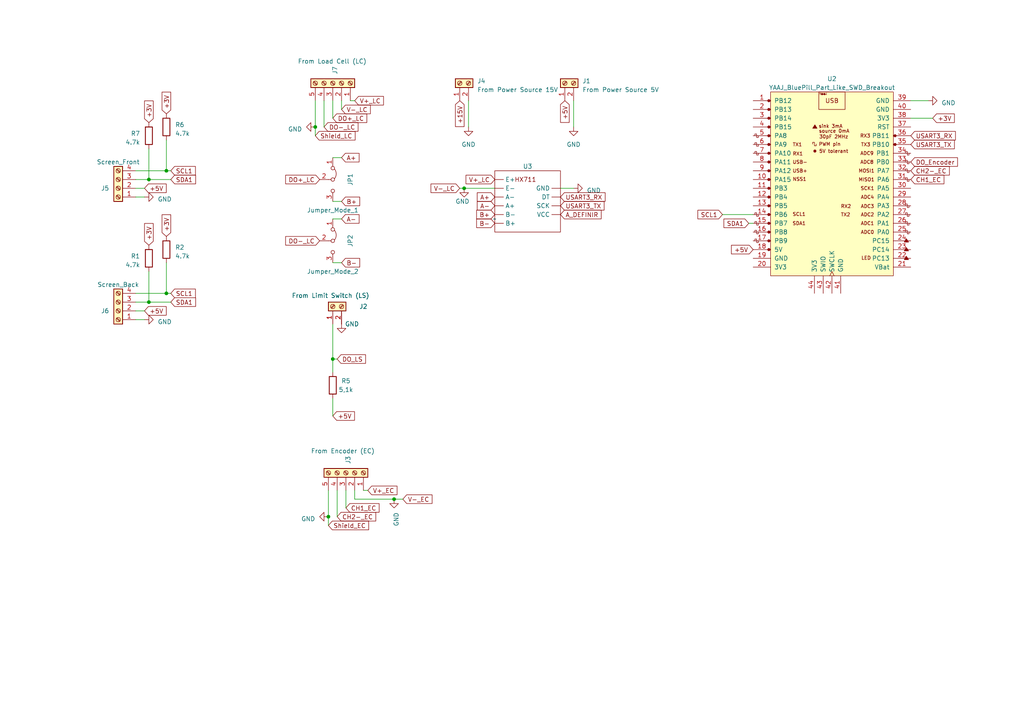
<source format=kicad_sch>
(kicad_sch (version 20230121) (generator eeschema)
  (paper "A4")
  (lib_symbols
    (symbol "Connector:Screw_Terminal_01x02" (pin_names (offset 1.016) hide)
      (property "Reference" "J" (at 0 2.54 0))
      (property "Value" "Screw_Terminal_01x02" (at 0 -5.08 0))
      (symbol "Screw_Terminal_01x02_1_1"
        (rectangle (start -1.27 1.27) (end 1.27 -3.81) (stroke (width 0.254)) (fill (type background)))
        (circle (center 0 -2.54) (radius 0.635) (stroke (width 0.1524)))
        (polyline (pts (xy -0.5334 -2.2098) (xy 0.3302 -3.048)) (stroke (width 0.1524)))
        (polyline (pts (xy -0.5334 0.3302) (xy 0.3302 -0.508)) (stroke (width 0.1524)))
        (polyline (pts (xy -0.3556 -2.032) (xy 0.508 -2.8702)) (stroke (width 0.1524)))
        (polyline (pts (xy -0.3556 0.508) (xy 0.508 -0.3302)) (stroke (width 0.1524)))
        (circle (center 0 0) (radius 0.635) (stroke (width 0.1524)))
        (pin passive line (at -5.08 0 0) (length 3.81) (name "Pin_1") (number "1"))
        (pin passive line (at -5.08 -2.54 0) (length 3.81) (name "Pin_2") (number "2"))
      )
    )
    (symbol "Connector:Screw_Terminal_01x04" (pin_names (offset 1.016) hide)
      (property "Reference" "J" (at 0 5.08 0))
      (property "Value" "Screw_Terminal_01x04" (at 0 -7.62 0))
      (symbol "Screw_Terminal_01x04_1_1"
        (rectangle (start -1.27 3.81) (end 1.27 -6.35) (stroke (width 0.254)) (fill (type background)))
        (circle (center 0 -5.08) (radius 0.635) (stroke (width 0.1524)))
        (circle (center 0 -2.54) (radius 0.635) (stroke (width 0.1524)))
        (polyline (pts (xy -0.5334 -4.7498) (xy 0.3302 -5.588)) (stroke (width 0.1524)))
        (polyline (pts (xy -0.5334 -2.2098) (xy 0.3302 -3.048)) (stroke (width 0.1524)))
        (polyline (pts (xy -0.5334 0.3302) (xy 0.3302 -0.508)) (stroke (width 0.1524)))
        (polyline (pts (xy -0.5334 2.8702) (xy 0.3302 2.032)) (stroke (width 0.1524)))
        (polyline (pts (xy -0.3556 -4.572) (xy 0.508 -5.4102)) (stroke (width 0.1524)))
        (polyline (pts (xy -0.3556 -2.032) (xy 0.508 -2.8702)) (stroke (width 0.1524)))
        (polyline (pts (xy -0.3556 0.508) (xy 0.508 -0.3302)) (stroke (width 0.1524)))
        (polyline (pts (xy -0.3556 3.048) (xy 0.508 2.2098)) (stroke (width 0.1524)))
        (circle (center 0 0) (radius 0.635) (stroke (width 0.1524)))
        (circle (center 0 2.54) (radius 0.635) (stroke (width 0.1524)))
        (pin passive line (at -5.08 2.54 0) (length 3.81) (name "Pin_1") (number "1"))
        (pin passive line (at -5.08 0 0) (length 3.81) (name "Pin_2") (number "2"))
        (pin passive line (at -5.08 -2.54 0) (length 3.81) (name "Pin_3") (number "3"))
        (pin passive line (at -5.08 -5.08 0) (length 3.81) (name "Pin_4") (number "4"))
      )
    )
    (symbol "Connector:Screw_Terminal_01x05" (pin_names (offset 1.016) hide)
      (property "Reference" "J" (at 0 7.62 0))
      (property "Value" "Screw_Terminal_01x05" (at 0 -7.62 0))
      (symbol "Screw_Terminal_01x05_1_1"
        (rectangle (start -1.27 6.35) (end 1.27 -6.35) (stroke (width 0.254)) (fill (type background)))
        (circle (center 0 -5.08) (radius 0.635) (stroke (width 0.1524)))
        (circle (center 0 -2.54) (radius 0.635) (stroke (width 0.1524)))
        (polyline (pts (xy -0.5334 -4.7498) (xy 0.3302 -5.588)) (stroke (width 0.1524)))
        (polyline (pts (xy -0.5334 -2.2098) (xy 0.3302 -3.048)) (stroke (width 0.1524)))
        (polyline (pts (xy -0.5334 0.3302) (xy 0.3302 -0.508)) (stroke (width 0.1524)))
        (polyline (pts (xy -0.5334 2.8702) (xy 0.3302 2.032)) (stroke (width 0.1524)))
        (polyline (pts (xy -0.5334 5.4102) (xy 0.3302 4.572)) (stroke (width 0.1524)))
        (polyline (pts (xy -0.3556 -4.572) (xy 0.508 -5.4102)) (stroke (width 0.1524)))
        (polyline (pts (xy -0.3556 -2.032) (xy 0.508 -2.8702)) (stroke (width 0.1524)))
        (polyline (pts (xy -0.3556 0.508) (xy 0.508 -0.3302)) (stroke (width 0.1524)))
        (polyline (pts (xy -0.3556 3.048) (xy 0.508 2.2098)) (stroke (width 0.1524)))
        (polyline (pts (xy -0.3556 5.588) (xy 0.508 4.7498)) (stroke (width 0.1524)))
        (circle (center 0 0) (radius 0.635) (stroke (width 0.1524)))
        (circle (center 0 2.54) (radius 0.635) (stroke (width 0.1524)))
        (circle (center 0 5.08) (radius 0.635) (stroke (width 0.1524)))
        (pin passive line (at -5.08 5.08 0) (length 3.81) (name "Pin_1") (number "1"))
        (pin passive line (at -5.08 2.54 0) (length 3.81) (name "Pin_2") (number "2"))
        (pin passive line (at -5.08 0 0) (length 3.81) (name "Pin_3") (number "3"))
        (pin passive line (at -5.08 -2.54 0) (length 3.81) (name "Pin_4") (number "4"))
        (pin passive line (at -5.08 -5.08 0) (length 3.81) (name "Pin_5") (number "5"))
      )
    )
    (symbol "Device:R" (pin_numbers hide) (pin_names (offset 0))
      (property "Reference" "R" (at 2.032 0 90))
      (property "Value" "R" (at 0 0 90))
      (symbol "R_0_1"
        (rectangle (start -1.016 -2.54) (end 1.016 2.54) (stroke (width 0.254)))
      )
      (symbol "R_1_1"
        (pin passive line (at 0 3.81 270) (length 1.27) (name "~") (number "1"))
        (pin passive line (at 0 -3.81 90) (length 1.27) (name "~") (number "2"))
      )
    )
    (symbol "Jumper:Jumper_3_Bridged12" (pin_names (offset 0) hide)
      (property "Reference" "JP" (at -2.54 -2.54 0))
      (property "Value" "Jumper_3_Bridged12" (at 0 2.794 0))
      (symbol "Jumper_3_Bridged12_0_0"
        (circle (center -3.302 0) (radius 0.508))
        (circle (center 0 0) (radius 0.508))
        (circle (center 3.302 0) (radius 0.508))
      )
      (symbol "Jumper_3_Bridged12_0_1"
        (arc (start -0.254 0.508) (mid -1.651 0.9912) (end -3.048 0.508))
        (polyline (pts (xy 0 -1.27) (xy 0 -0.508)))
      )
      (symbol "Jumper_3_Bridged12_1_1"
        (pin passive line (at -6.35 0 0) (length 2.54) (name "A") (number "1"))
        (pin passive line (at 0 -3.81 90) (length 2.54) (name "C") (number "2"))
        (pin passive line (at 6.35 0 180) (length 2.54) (name "B") (number "3"))
      )
    )
    (symbol "New_Library:HX711_Board"
      (property "Reference" "U" (at 0 -1.27 0))
      (symbol "HX711_Board_0_1"
        (rectangle (start 0 17.78) (end 19.05 0))
      )
      (symbol "HX711_Board_1_1"
        (text "HX711" (at 8.89 15.24 0) (effects (font (size 1.27 1.27))))
        (pin input line (at 0 7.62 0) (length 2.54) (name "A+") (number ""))
        (pin input line (at 0 10.16 0) (length 2.54) (name "A-") (number ""))
        (pin input line (at 0 2.54 0) (length 2.54) (name "B+") (number ""))
        (pin input line (at 0 5.08 0) (length 2.54) (name "B-") (number ""))
        (pin output line (at 19.05 10.16 180) (length 2.54) (name "DT") (number ""))
        (pin input line (at 0 15.24 0) (length 2.54) (name "E+") (number ""))
        (pin input line (at 0 12.7 0) (length 2.54) (name "E-") (number ""))
        (pin output line (at 19.05 12.7 180) (length 2.54) (name "GND") (number ""))
        (pin output line (at 19.05 7.62 180) (length 2.54) (name "SCK") (number ""))
        (pin output line (at 19.05 5.08 180) (length 2.54) (name "VCC") (number ""))
      )
    )
    (symbol "YAAJ_BluePill_Part_Like_SWD_Breakout:YAAJ_BluePill_Part_Like_SWD_Breakout" (pin_names (offset 1.016))
      (property "Reference" "U" (at -15.24 27.94 0))
      (property "Value" "YAAJ_BluePill_Part_Like_SWD_Breakout" (at 20.32 27.94 0))
      (symbol "YAAJ_BluePill_Part_Like_SWD_Breakout_0_0"
        (circle (center -18.288 -20.32) (radius 0.3556) (fill (type outline)))
        (circle (center -18.288 -17.78) (radius 0.3556) (fill (type outline)))
        (circle (center -18.288 -15.24) (radius 0.3556) (fill (type outline)))
        (circle (center -18.288 -12.7) (radius 0.3556) (fill (type outline)))
        (circle (center -18.288 -10.16) (radius 0.3556) (fill (type outline)))
        (circle (center -18.288 -7.62) (radius 0.3556) (fill (type outline)))
        (circle (center -18.288 -5.08) (radius 0.3556) (fill (type outline)))
        (circle (center -18.288 -2.54) (radius 0.3556) (fill (type outline)))
        (circle (center -18.288 0) (radius 0.3556) (fill (type outline)))
        (circle (center -18.288 2.54) (radius 0.3556) (fill (type outline)))
        (circle (center -18.288 5.08) (radius 0.3556) (fill (type outline)))
        (circle (center -18.288 7.62) (radius 0.3556) (fill (type outline)))
        (circle (center -18.288 10.16) (radius 0.3556) (fill (type outline)))
        (circle (center -18.288 12.7) (radius 0.3556) (fill (type outline)))
        (circle (center -18.288 15.24) (radius 0.3556) (fill (type outline)))
        (circle (center -18.288 17.78) (radius 0.3556) (fill (type outline)))
        (circle (center -18.288 22.86) (radius 0.3556) (fill (type outline)))
        (circle (center -4.953 8.255) (radius 0.127) (fill (type outline)))
        (circle (center -4.953 8.255) (radius 0.254))
        (circle (center -4.953 8.255) (radius 0.3556))
        (polyline (pts (xy -5.588 14.859) (xy -4.953 15.875) (xy -4.318 14.859) (xy -5.588 14.859) (xy -4.953 15.748) (xy -4.445 14.859) (xy -5.461 14.986) (xy -4.953 15.621) (xy -4.572 14.859) (xy -5.334 15.113) (xy -4.826 15.494) (xy -4.699 14.859) (xy -5.207 15.24) (xy -4.699 15.367) (xy -4.826 14.986) (xy -5.08 15.24) (xy -4.826 15.113) (xy -4.953 15.367)))
        (polyline (pts (xy 20.955 -23.241) (xy 21.59 -22.225) (xy 22.225 -23.241) (xy 20.955 -23.241) (xy 21.59 -22.352) (xy 22.098 -23.241) (xy 21.082 -23.114) (xy 21.59 -22.479) (xy 21.971 -23.241) (xy 21.209 -22.987) (xy 21.717 -22.606) (xy 21.844 -23.241) (xy 21.336 -22.86) (xy 21.844 -22.733) (xy 21.717 -23.114) (xy 21.463 -22.86) (xy 21.717 -22.987) (xy 21.59 -22.733)))
        (polyline (pts (xy 20.955 -20.701) (xy 21.59 -19.685) (xy 22.225 -20.701) (xy 20.955 -20.701) (xy 21.59 -19.812) (xy 22.098 -20.701) (xy 21.082 -20.574) (xy 21.59 -19.939) (xy 21.971 -20.701) (xy 21.209 -20.447) (xy 21.717 -20.066) (xy 21.844 -20.701) (xy 21.336 -20.32) (xy 21.844 -20.193) (xy 21.717 -20.574) (xy 21.463 -20.32) (xy 21.717 -20.447) (xy 21.59 -20.193)))
        (polyline (pts (xy 20.955 -18.161) (xy 21.59 -17.145) (xy 22.225 -18.161) (xy 20.955 -18.161) (xy 21.59 -17.272) (xy 22.098 -18.161) (xy 21.082 -18.034) (xy 21.59 -17.399) (xy 21.971 -18.161) (xy 21.209 -17.907) (xy 21.717 -17.526) (xy 21.844 -18.161) (xy 21.336 -17.78) (xy 21.844 -17.653) (xy 21.717 -18.034) (xy 21.463 -17.78) (xy 21.717 -17.907) (xy 21.59 -17.653)))
        (circle (center 18.288 10.16) (radius 0.254) (fill (type outline)))
        (circle (center 18.288 10.16) (radius 0.3556))
        (circle (center 18.288 12.7) (radius 0.254) (fill (type outline)))
        (circle (center 18.288 12.7) (radius 0.3556))
        (text "30pF 2MHz" (at 0.508 12.446 0) (effects (font (size 0.9906 0.9906))))
        (text "5V tolerant" (at 0.508 8.255 0) (effects (font (size 0.9906 0.9906))))
        (text "ADC0" (at 10.287 -15.24 0) (effects (font (size 0.9906 0.9906))))
        (text "ADC1" (at 10.287 -12.7 0) (effects (font (size 0.9906 0.9906))))
        (text "ADC2" (at 10.287 -10.16 0) (effects (font (size 0.9906 0.9906))))
        (text "ADC3" (at 10.287 -7.747 0) (effects (font (size 0.9906 0.9906))))
        (text "ADC4" (at 10.287 -5.08 0) (effects (font (size 0.9906 0.9906))))
        (text "ADC8" (at 10.16 5.08 0) (effects (font (size 0.9906 0.9906))))
        (text "ADC9" (at 10.16 7.62 0) (effects (font (size 0.9906 0.9906))))
        (text "LED" (at 9.906 -22.733 0) (effects (font (size 0.9906 0.9906))))
        (text "MISO1" (at 10.033 0 0) (effects (font (size 0.9906 0.9906))))
        (text "MOSI1" (at 10.033 2.54 0) (effects (font (size 0.9906 0.9906))))
        (text "NSS1" (at -9.398 0.127 0) (effects (font (size 0.9906 0.9906))))
        (text "PWM pin" (at -0.635 10.287 0) (effects (font (size 0.9906 0.9906))))
        (text "RX1" (at -9.906 7.493 0) (effects (font (size 0.9906 0.9906))))
        (text "RX2" (at 4.064 -7.747 0) (effects (font (size 0.9906 0.9906))))
        (text "RX3" (at 9.652 12.7 0) (effects (font (size 0.9906 0.9906))))
        (text "SCK1" (at 10.287 -2.54 0) (effects (font (size 0.9906 0.9906))))
        (text "SCL1" (at -9.525 -10.033 0) (effects (font (size 0.9906 0.9906))))
        (text "SDA1" (at -9.525 -12.7 0) (effects (font (size 0.9906 0.9906))))
        (text "sink 3mA" (at -0.381 15.494 0) (effects (font (size 0.9906 0.9906))))
        (text "source 0mA" (at 0.635 14.097 0) (effects (font (size 0.9906 0.9906))))
        (text "TX1" (at -10.033 10.16 0) (effects (font (size 0.9906 0.9906))))
        (text "TX2" (at 3.937 -10.16 0) (effects (font (size 0.9906 0.9906))))
        (text "TX3" (at 9.779 10.16 0) (effects (font (size 0.9906 0.9906))))
        (text "USB" (at 0 22.86 0) (effects (font (size 1.27 1.27))))
        (text "USB+" (at -9.271 2.54 0) (effects (font (size 0.9906 0.9906))))
        (text "USB-" (at -9.271 5.08 0) (effects (font (size 0.9906 0.9906))))
        (text "Y@@J" (at -2.5654 24.8412 0) (effects (font (size 0.508 0.508))))
      )
      (symbol "YAAJ_BluePill_Part_Like_SWD_Breakout_0_1"
        (rectangle (start -17.78 25.4) (end 17.78 -27.94) (fill (type background)))
        (polyline (pts (xy -21.336 -17.78) (xy -21.336 -18.288) (xy -21.844 -18.288) (xy -21.844 -17.272) (xy -22.352 -17.272) (xy -22.352 -17.78)))
        (polyline (pts (xy -21.336 -15.24) (xy -21.336 -15.748) (xy -21.844 -15.748) (xy -21.844 -14.732) (xy -22.352 -14.732) (xy -22.352 -15.24)))
        (polyline (pts (xy -21.336 -12.7) (xy -21.336 -13.208) (xy -21.844 -13.208) (xy -21.844 -12.192) (xy -22.352 -12.192) (xy -22.352 -12.7)))
        (polyline (pts (xy -21.336 -10.16) (xy -21.336 -10.668) (xy -21.844 -10.668) (xy -21.844 -9.652) (xy -22.352 -9.652) (xy -22.352 -10.16)))
        (polyline (pts (xy -21.336 7.62) (xy -21.336 7.112) (xy -21.844 7.112) (xy -21.844 8.128) (xy -22.352 8.128) (xy -22.352 7.62)))
        (polyline (pts (xy -21.336 10.16) (xy -21.336 9.652) (xy -21.844 9.652) (xy -21.844 10.668) (xy -22.352 10.668) (xy -22.352 10.16)))
        (polyline (pts (xy -21.336 12.7) (xy -21.336 12.192) (xy -21.844 12.192) (xy -21.844 13.208) (xy -22.352 13.208) (xy -22.352 12.7)))
        (polyline (pts (xy -4.572 10.287) (xy -4.572 9.779) (xy -5.08 9.779) (xy -5.08 10.795) (xy -5.588 10.795) (xy -5.588 10.287)))
        (polyline (pts (xy 22.352 -15.24) (xy 22.352 -15.748) (xy 21.844 -15.748) (xy 21.844 -14.732) (xy 21.336 -14.732) (xy 21.336 -15.24)))
        (polyline (pts (xy 22.352 -12.7) (xy 22.352 -13.208) (xy 21.844 -13.208) (xy 21.844 -12.192) (xy 21.336 -12.192) (xy 21.336 -12.7)))
        (polyline (pts (xy 22.352 -10.16) (xy 22.352 -10.668) (xy 21.844 -10.668) (xy 21.844 -9.652) (xy 21.336 -9.652) (xy 21.336 -10.16)))
        (polyline (pts (xy 22.352 -7.62) (xy 22.352 -8.128) (xy 21.844 -8.128) (xy 21.844 -7.112) (xy 21.336 -7.112) (xy 21.336 -7.62)))
        (polyline (pts (xy 22.352 0) (xy 22.352 -0.508) (xy 21.844 -0.508) (xy 21.844 0.508) (xy 21.336 0.508) (xy 21.336 0)))
        (polyline (pts (xy 22.352 2.54) (xy 22.352 2.032) (xy 21.844 2.032) (xy 21.844 3.048) (xy 21.336 3.048) (xy 21.336 2.54)))
        (polyline (pts (xy 22.352 5.08) (xy 22.352 4.572) (xy 21.844 4.572) (xy 21.844 5.588) (xy 21.336 5.588) (xy 21.336 5.08)))
        (polyline (pts (xy 22.352 7.62) (xy 22.352 7.112) (xy 21.844 7.112) (xy 21.844 8.128) (xy 21.336 8.128) (xy 21.336 7.62)))
        (rectangle (start 3.81 25.4) (end -3.81 20.32))
      )
      (symbol "YAAJ_BluePill_Part_Like_SWD_Breakout_1_1"
        (circle (center -18.288 20.32) (radius 0.3556) (fill (type outline)))
        (pin bidirectional line (at -22.86 22.86 0) (length 5.08) (name "PB12") (number "1"))
        (pin bidirectional line (at -22.86 0 0) (length 5.08) (name "PA15") (number "10"))
        (pin bidirectional line (at -22.86 -2.54 0) (length 5.08) (name "PB3") (number "11"))
        (pin bidirectional line (at -22.86 -5.08 0) (length 5.08) (name "PB4") (number "12"))
        (pin bidirectional line (at -22.86 -7.62 0) (length 5.08) (name "PB5") (number "13"))
        (pin bidirectional line (at -22.86 -10.16 0) (length 5.08) (name "PB6") (number "14"))
        (pin bidirectional line (at -22.86 -12.7 0) (length 5.08) (name "PB7") (number "15"))
        (pin bidirectional line (at -22.86 -15.24 0) (length 5.08) (name "PB8") (number "16"))
        (pin bidirectional line (at -22.86 -17.78 0) (length 5.08) (name "PB9") (number "17"))
        (pin power_in line (at -22.86 -20.32 0) (length 5.08) (name "5V") (number "18"))
        (pin power_in line (at -22.86 -22.86 0) (length 5.08) (name "GND") (number "19"))
        (pin bidirectional line (at -22.86 20.32 0) (length 5.08) (name "PB13") (number "2"))
        (pin power_in line (at -22.86 -25.4 0) (length 5.08) (name "3V3") (number "20"))
        (pin power_in line (at 22.86 -25.4 180) (length 5.08) (name "VBat") (number "21"))
        (pin bidirectional line (at 22.86 -22.86 180) (length 5.08) (name "PC13") (number "22"))
        (pin bidirectional line (at 22.86 -20.32 180) (length 5.08) (name "PC14") (number "23"))
        (pin bidirectional line (at 22.86 -17.78 180) (length 5.08) (name "PC15") (number "24"))
        (pin bidirectional line (at 22.86 -15.24 180) (length 5.08) (name "PA0") (number "25"))
        (pin bidirectional line (at 22.86 -12.7 180) (length 5.08) (name "PA1") (number "26"))
        (pin bidirectional line (at 22.86 -10.16 180) (length 5.08) (name "PA2") (number "27"))
        (pin bidirectional line (at 22.86 -7.62 180) (length 5.08) (name "PA3") (number "28"))
        (pin bidirectional line (at 22.86 -5.08 180) (length 5.08) (name "PA4") (number "29"))
        (pin bidirectional line (at -22.86 17.78 0) (length 5.08) (name "PB14") (number "3"))
        (pin bidirectional line (at 22.86 -2.54 180) (length 5.08) (name "PA5") (number "30"))
        (pin bidirectional line (at 22.86 0 180) (length 5.08) (name "PA6") (number "31"))
        (pin bidirectional line (at 22.86 2.54 180) (length 5.08) (name "PA7") (number "32"))
        (pin bidirectional line (at 22.86 5.08 180) (length 5.08) (name "PB0") (number "33"))
        (pin bidirectional line (at 22.86 7.62 180) (length 5.08) (name "PB1") (number "34"))
        (pin bidirectional line (at 22.86 10.16 180) (length 5.08) (name "PB10") (number "35"))
        (pin bidirectional line (at 22.86 12.7 180) (length 5.08) (name "PB11") (number "36"))
        (pin input line (at 22.86 15.24 180) (length 5.08) (name "RST") (number "37"))
        (pin power_in line (at 22.86 17.78 180) (length 5.08) (name "3V3") (number "38"))
        (pin power_in line (at 22.86 22.86 180) (length 5.08) (name "GND") (number "39"))
        (pin bidirectional line (at -22.86 15.24 0) (length 5.08) (name "PB15") (number "4"))
        (pin power_in line (at 22.86 20.32 180) (length 5.08) (name "GND") (number "40"))
        (pin power_in line (at 2.54 -33.02 90) (length 5.08) (name "GND") (number "41"))
        (pin bidirectional clock (at 0 -33.02 90) (length 5.08) (name "SWCLK") (number "42"))
        (pin bidirectional line (at -2.54 -33.02 90) (length 5.08) (name "SWIO") (number "43"))
        (pin power_in line (at -5.08 -33.02 90) (length 5.08) (name "3V3") (number "44"))
        (pin bidirectional line (at -22.86 12.7 0) (length 5.08) (name "PA8") (number "5"))
        (pin bidirectional line (at -22.86 10.16 0) (length 5.08) (name "PA9") (number "6"))
        (pin bidirectional line (at -22.86 7.62 0) (length 5.08) (name "PA10") (number "7"))
        (pin bidirectional line (at -22.86 5.08 0) (length 5.08) (name "PA11") (number "8"))
        (pin bidirectional line (at -22.86 2.54 0) (length 5.08) (name "PA12") (number "9"))
      )
    )
    (symbol "power:GND" (power) (pin_names (offset 0))
      (property "Value" "GND" (at 0 -3.81 0))
      (symbol "GND_0_1"
        (polyline (pts (xy 0 0) (xy 0 -1.27) (xy 1.27 -1.27) (xy 0 -2.54) (xy -1.27 -1.27) (xy 0 -1.27)))
      )
      (symbol "GND_1_1"
        (pin power_in line (at 0 0 270) (length 0) hide (name "GND") (number "1"))
      )
    )
  )
  (junction (at 43.18 87.63))
  (junction (at 43.18 52.07))
  (junction (at 91.44 36.83))
  (junction (at 95.25 149.86))
  (junction (at 134.62 54.61))
  (junction (at 96.52 104.14))
  (junction (at 48.26 85.09))
  (junction (at 48.26 49.53))
  (junction (at 114.3 144.78))
  (wire (pts (xy 97.79 104.14) (xy 96.52 104.14)))
  (wire (pts (xy 133.35 54.61) (xy 134.62 54.61)))
  (wire (pts (xy 43.18 43.18) (xy 43.18 52.07)))
  (wire (pts (xy 96.52 115.57) (xy 96.52 120.65)))
  (wire (pts (xy 100.33 147.32) (xy 100.33 142.24)))
  (wire (pts (xy 93.98 36.83) (xy 93.98 29.21)))
  (wire (pts (xy 48.26 76.2) (xy 48.26 85.09)))
  (wire (pts (xy 99.06 63.5) (xy 96.52 63.5)))
  (wire (pts (xy 134.62 54.61) (xy 143.51 54.61)))
  (wire (pts (xy 39.37 52.07) (xy 43.18 52.07)))
  (wire (pts (xy 48.26 85.09) (xy 49.53 85.09)))
  (wire (pts (xy 99.06 76.2) (xy 96.52 76.2)))
  (wire (pts (xy 43.18 52.07) (xy 49.53 52.07)))
  (wire (pts (xy 102.87 144.78) (xy 102.87 142.24)))
  (wire (pts (xy 39.37 57.15) (xy 41.91 57.15)))
  (wire (pts (xy 43.18 78.74) (xy 43.18 87.63)))
  (wire (pts (xy 39.37 92.71) (xy 41.91 92.71)))
  (wire (pts (xy 114.3 144.78) (xy 102.87 144.78)))
  (wire (pts (xy 39.37 54.61) (xy 41.91 54.61)))
  (wire (pts (xy 96.52 104.14) (xy 96.52 107.95)))
  (wire (pts (xy 217.17 64.77) (xy 218.44 64.77)))
  (wire (pts (xy 102.87 29.21) (xy 101.6 29.21)))
  (wire (pts (xy 166.37 29.21) (xy 166.37 36.83)))
  (wire (pts (xy 43.18 87.63) (xy 49.53 87.63)))
  (wire (pts (xy 96.52 34.29) (xy 96.52 29.21)))
  (wire (pts (xy 91.44 36.83) (xy 91.44 29.21)))
  (wire (pts (xy 97.79 149.86) (xy 97.79 142.24)))
  (wire (pts (xy 269.24 29.21) (xy 264.16 29.21)))
  (wire (pts (xy 99.06 58.42) (xy 96.52 58.42)))
  (wire (pts (xy 95.25 152.4) (xy 95.25 149.86)))
  (wire (pts (xy 209.55 62.23) (xy 218.44 62.23)))
  (wire (pts (xy 135.89 29.21) (xy 135.89 36.83)))
  (wire (pts (xy 270.51 34.29) (xy 264.16 34.29)))
  (wire (pts (xy 166.37 54.61) (xy 162.56 54.61)))
  (wire (pts (xy 39.37 87.63) (xy 43.18 87.63)))
  (wire (pts (xy 48.26 40.64) (xy 48.26 49.53)))
  (wire (pts (xy 106.68 142.24) (xy 105.41 142.24)))
  (wire (pts (xy 116.84 144.78) (xy 114.3 144.78)))
  (wire (pts (xy 48.26 49.53) (xy 49.53 49.53)))
  (wire (pts (xy 95.25 149.86) (xy 95.25 142.24)))
  (wire (pts (xy 39.37 49.53) (xy 48.26 49.53)))
  (wire (pts (xy 96.52 93.98) (xy 96.52 104.14)))
  (wire (pts (xy 99.06 45.72) (xy 96.52 45.72)))
  (wire (pts (xy 39.37 85.09) (xy 48.26 85.09)))
  (wire (pts (xy 99.06 29.21) (xy 99.06 31.75)))
  (wire (pts (xy 39.37 90.17) (xy 41.91 90.17)))
  (wire (pts (xy 91.44 39.37) (xy 91.44 36.83)))
  (global_label "B+" (shape input) (at 143.51 62.23 180) (property "Intersheetrefs" "${INTERSHEET_REFS}" (effects hide)))
  (global_label "DO_Encoder" (shape input) (at 264.16 46.99 0) (property "Intersheetrefs" "${INTERSHEET_REFS}" (effects hide)))
  (global_label "USART3_TX" (shape input) (at 264.16 41.91 0) (property "Intersheetrefs" "${INTERSHEET_REFS}" (effects hide)))
  (global_label "Shield_LC" (shape input) (at 91.44 39.37 0) (property "Intersheetrefs" "${INTERSHEET_REFS}" (effects hide)))
  (global_label "V-_EC" (shape input) (at 116.84 144.78 0) (property "Intersheetrefs" "${INTERSHEET_REFS}" (effects hide)))
  (global_label "SCL1" (shape input) (at 49.53 49.53 0) (property "Intersheetrefs" "${INTERSHEET_REFS}" (effects hide)))
  (global_label "+5V" (shape input) (at 41.91 54.61 0) (property "Intersheetrefs" "${INTERSHEET_REFS}" (effects hide)))
  (global_label "B+" (shape input) (at 99.06 58.42 0) (property "Intersheetrefs" "${INTERSHEET_REFS}" (effects hide)))
  (global_label "SDA1" (shape input) (at 49.53 87.63 0) (property "Intersheetrefs" "${INTERSHEET_REFS}" (effects hide)))
  (global_label "SCL1" (shape input) (at 209.55 62.23 180) (property "Intersheetrefs" "${INTERSHEET_REFS}" (effects hide)))
  (global_label "A-" (shape input) (at 99.06 63.5 0) (property "Intersheetrefs" "${INTERSHEET_REFS}" (effects hide)))
  (global_label "SDA1" (shape input) (at 49.53 52.07 0) (property "Intersheetrefs" "${INTERSHEET_REFS}" (effects hide)))
  (global_label "DO+_LC" (shape input) (at 96.52 34.29 0) (property "Intersheetrefs" "${INTERSHEET_REFS}" (effects hide)))
  (global_label "CH1_EC" (shape input) (at 100.33 147.32 0) (property "Intersheetrefs" "${INTERSHEET_REFS}" (effects hide)))
  (global_label "A+" (shape input) (at 99.06 45.72 0) (property "Intersheetrefs" "${INTERSHEET_REFS}" (effects hide)))
  (global_label "+3V" (shape input) (at 48.26 68.58 90) (property "Intersheetrefs" "${INTERSHEET_REFS}" (effects hide)))
  (global_label "Shield_EC" (shape input) (at 95.25 152.4 0) (property "Intersheetrefs" "${INTERSHEET_REFS}" (effects hide)))
  (global_label "+5V" (shape input) (at 163.83 29.21 270) (property "Intersheetrefs" "${INTERSHEET_REFS}" (effects hide)))
  (global_label "USART3_TX" (shape input) (at 162.56 59.69 0) (property "Intersheetrefs" "${INTERSHEET_REFS}" (effects hide)))
  (global_label "V+_LC" (shape input) (at 143.51 52.07 180) (property "Intersheetrefs" "${INTERSHEET_REFS}" (effects hide)))
  (global_label "+3V" (shape input) (at 48.26 33.02 90) (property "Intersheetrefs" "${INTERSHEET_REFS}" (effects hide)))
  (global_label "A-" (shape input) (at 143.51 59.69 180) (property "Intersheetrefs" "${INTERSHEET_REFS}" (effects hide)))
  (global_label "V-_LC" (shape input) (at 133.35 54.61 180) (property "Intersheetrefs" "${INTERSHEET_REFS}" (effects hide)))
  (global_label "SCL1" (shape input) (at 49.53 85.09 0) (property "Intersheetrefs" "${INTERSHEET_REFS}" (effects hide)))
  (global_label "V+_EC" (shape input) (at 106.68 142.24 0) (property "Intersheetrefs" "${INTERSHEET_REFS}" (effects hide)))
  (global_label "USART3_RX" (shape input) (at 162.56 57.15 0) (property "Intersheetrefs" "${INTERSHEET_REFS}" (effects hide)))
  (global_label "A_DEFINIR" (shape input) (at 162.56 62.23 0) (property "Intersheetrefs" "${INTERSHEET_REFS}" (effects hide)))
  (global_label "+3V" (shape input) (at 270.51 34.29 0) (property "Intersheetrefs" "${INTERSHEET_REFS}" (effects hide)))
  (global_label "+15V" (shape input) (at 133.35 29.21 270) (property "Intersheetrefs" "${INTERSHEET_REFS}" (effects hide)))
  (global_label "B-" (shape input) (at 99.06 76.2 0) (property "Intersheetrefs" "${INTERSHEET_REFS}" (effects hide)))
  (global_label "+3V" (shape input) (at 43.18 35.56 90) (property "Intersheetrefs" "${INTERSHEET_REFS}" (effects hide)))
  (global_label "B-" (shape input) (at 143.51 64.77 180) (property "Intersheetrefs" "${INTERSHEET_REFS}" (effects hide)))
  (global_label "SDA1" (shape input) (at 217.17 64.77 180) (property "Intersheetrefs" "${INTERSHEET_REFS}" (effects hide)))
  (global_label "CH1_EC" (shape input) (at 264.16 52.07 0) (property "Intersheetrefs" "${INTERSHEET_REFS}" (effects hide)))
  (global_label "A+" (shape input) (at 143.51 57.15 180) (property "Intersheetrefs" "${INTERSHEET_REFS}" (effects hide)))
  (global_label "+5V" (shape input) (at 41.91 90.17 0) (property "Intersheetrefs" "${INTERSHEET_REFS}" (effects hide)))
  (global_label "V+_LC" (shape input) (at 102.87 29.21 0) (property "Intersheetrefs" "${INTERSHEET_REFS}" (effects hide)))
  (global_label "CH2-_EC" (shape input) (at 97.79 149.86 0) (property "Intersheetrefs" "${INTERSHEET_REFS}" (effects hide)))
  (global_label "DO+_LC" (shape input) (at 92.71 52.07 180) (property "Intersheetrefs" "${INTERSHEET_REFS}" (effects hide)))
  (global_label "CH2-_EC" (shape input) (at 264.16 49.53 0) (property "Intersheetrefs" "${INTERSHEET_REFS}" (effects hide)))
  (global_label "+5V" (shape input) (at 96.52 120.65 0) (property "Intersheetrefs" "${INTERSHEET_REFS}" (effects hide)))
  (global_label "USART3_RX" (shape input) (at 264.16 39.37 0) (property "Intersheetrefs" "${INTERSHEET_REFS}" (effects hide)))
  (global_label "DO_LS" (shape input) (at 97.79 104.14 0) (property "Intersheetrefs" "${INTERSHEET_REFS}" (effects hide)))
  (global_label "+5V" (shape input) (at 218.44 72.39 180) (property "Intersheetrefs" "${INTERSHEET_REFS}" (effects hide)))
  (global_label "DO-_LC" (shape input) (at 92.71 69.85 180) (property "Intersheetrefs" "${INTERSHEET_REFS}" (effects hide)))
  (global_label "V-_LC" (shape input) (at 99.06 31.75 0) (property "Intersheetrefs" "${INTERSHEET_REFS}" (effects hide)))
  (global_label "+3V" (shape input) (at 43.18 71.12 90) (property "Intersheetrefs" "${INTERSHEET_REFS}" (effects hide)))
  (global_label "DO-_LC" (shape input) (at 93.98 36.83 0) (property "Intersheetrefs" "${INTERSHEET_REFS}" (effects hide)))
  (symbol (lib_id "Connector:Screw_Terminal_01x04") (at 34.29 54.61 180) (unit 1)
    (property "Reference" "J5" (at 30.48 54.61 0))
    (property "Value" "Screen_Front" (at 34.29 46.99 0))
  )
  (symbol (lib_id "Device:R") (at 96.52 111.76 0) (unit 1)
    (property "Reference" "R5" (at 100.33 110.49 0))
    (property "Value" "5,1k" (at 100.33 113.03 0))
  )
  (symbol (lib_id "power:GND") (at 114.3 144.78 0) (mirror y) (unit 1)
    (property "Reference" "#PWR011" (effects hide))
    (property "Value" "GND" (at 114.935 148.59 90) (effects (justify right)))
  )
  (symbol (lib_id "power:GND") (at 135.89 36.83 0) (unit 1)
    (property "Reference" "#PWR02" (effects hide))
    (property "Value" "GND" (at 135.89 41.91 0))
  )
  (symbol (lib_id "Device:R") (at 48.26 72.39 0) (unit 1)
    (property "Reference" "R2" (at 50.8 71.755 0) (effects (justify left)))
    (property "Value" "4.7k" (at 50.8 74.295 0) (effects (justify left)))
  )
  (symbol (lib_id "power:GND") (at 269.24 29.21 90) (unit 1)
    (property "Reference" "#PWR06" (effects hide))
    (property "Value" "GND" (at 273.05 29.845 90) (effects (justify right)))
  )
  (symbol (lib_id "Connector:Screw_Terminal_01x02") (at 96.52 88.9 90) (unit 1)
    (property "Reference" "J2" (at 105.41 88.9 90))
    (property "Value" "From Limit Switch (LS)" (at 95.885 85.725 90))
  )
  (symbol (lib_id "Jumper:Jumper_3_Bridged12") (at 96.52 69.85 270) (unit 1)
    (property "Reference" "JP2" (at 101.6 69.85 0))
    (property "Value" "Jumper_Mode_2" (at 96.52 78.74 90))
  )
  (symbol (lib_id "Connector:Screw_Terminal_01x02") (at 163.83 24.13 90) (unit 1)
    (property "Reference" "J1" (at 168.91 23.495 90) (effects (justify right)))
    (property "Value" "From Power Source 5V" (at 168.91 26.035 90) (effects (justify right)))
  )
  (symbol (lib_id "power:GND") (at 91.44 36.83 270) (mirror x) (unit 1)
    (property "Reference" "#PWR07" (effects hide))
    (property "Value" "GND" (at 87.63 37.465 90) (effects (justify right)))
  )
  (symbol (lib_id "Device:R") (at 43.18 39.37 0) (mirror x) (unit 1)
    (property "Reference" "R7" (at 40.64 38.735 0) (effects (justify right)))
    (property "Value" "4.7k" (at 40.64 41.275 0) (effects (justify right)))
  )
  (symbol (lib_id "power:GND") (at 99.06 93.98 0) (unit 1)
    (property "Reference" "#PWR08" (effects hide))
    (property "Value" "GND" (at 104.14 93.98 0) (effects (justify right)))
  )
  (symbol (lib_id "Device:R") (at 48.26 36.83 0) (unit 1)
    (property "Reference" "R6" (at 50.8 36.195 0) (effects (justify left)))
    (property "Value" "4.7k" (at 50.8 38.735 0) (effects (justify left)))
  )
  (symbol (lib_id "Connector:Screw_Terminal_01x05") (at 100.33 137.16 270) (mirror x) (unit 1)
    (property "Reference" "J3" (at 100.965 134.62 0) (effects (justify left)))
    (property "Value" "From Encoder (EC)" (at 90.17 130.81 90) (effects (justify left)))
  )
  (symbol (lib_id "Jumper:Jumper_3_Bridged12") (at 96.52 52.07 270) (unit 1)
    (property "Reference" "JP1" (at 101.6 52.07 0))
    (property "Value" "Jumper_Mode_1" (at 96.52 60.96 90))
  )
  (symbol (lib_id "Connector:Screw_Terminal_01x02") (at 133.35 24.13 90) (unit 1)
    (property "Reference" "J4" (at 138.43 23.495 90) (effects (justify right)))
    (property "Value" "From Power Source 15V" (at 138.43 26.035 90) (effects (justify right)))
  )
  (symbol (lib_id "Connector:Screw_Terminal_01x05") (at 96.52 24.13 270) (mirror x) (unit 1)
    (property "Reference" "J7" (at 97.155 21.59 0) (effects (justify left)))
    (property "Value" "From Load Cell (LC)" (at 86.36 17.78 90) (effects (justify left)))
  )
  (symbol (lib_id "Device:R") (at 43.18 74.93 0) (mirror x) (unit 1)
    (property "Reference" "R1" (at 40.64 74.295 0) (effects (justify right)))
    (property "Value" "4.7k" (at 40.64 76.835 0) (effects (justify right)))
  )
  (symbol (lib_id "YAAJ_BluePill_Part_Like_SWD_Breakout:YAAJ_BluePill_Part_Like_SWD_Breakout") (at 241.3 52.07 0) (unit 1)
    (property "Reference" "U2" (at 241.3 22.86 0))
    (property "Value" "YAAJ_BluePill_Part_Like_SWD_Breakout" (at 241.3 25.4 0))
  )
  (symbol (lib_id "power:GND") (at 41.91 57.15 90) (unit 1)
    (property "Reference" "#PWR012" (effects hide))
    (property "Value" "GND" (at 45.72 57.785 90) (effects (justify right)))
  )
  (symbol (lib_id "power:GND") (at 95.25 149.86 270) (mirror x) (unit 1)
    (property "Reference" "#PWR010" (effects hide))
    (property "Value" "GND" (at 91.44 150.495 90) (effects (justify right)))
  )
  (symbol (lib_id "power:GND") (at 41.91 92.71 90) (unit 1)
    (property "Reference" "#PWR04" (effects hide))
    (property "Value" "GND" (at 45.72 93.345 90) (effects (justify right)))
  )
  (symbol (lib_id "New_Library:HX711_Board") (at 143.51 67.31 0) (unit 1)
    (property "Reference" "U3" (at 153.035 48.26 0))
    (property "Value" "~" (at 143.51 63.5 0))
  )
  (symbol (lib_id "power:GND") (at 166.37 36.83 0) (unit 1)
    (property "Reference" "#PWR01" (effects hide))
    (property "Value" "GND" (at 166.37 41.91 0))
  )
  (symbol (lib_id "Connector:Screw_Terminal_01x04") (at 34.29 90.17 180) (unit 1)
    (property "Reference" "J6" (at 30.48 90.17 0))
    (property "Value" "Screen_Back" (at 34.29 82.55 0))
  )
  (symbol (lib_id "power:GND") (at 134.62 54.61 0) (mirror y) (unit 1)
    (property "Reference" "#PWR09" (effects hide))
    (property "Value" "GND" (at 132.08 58.42 0) (effects (justify right)))
  )
  (symbol (lib_id "power:GND") (at 166.37 54.61 90) (unit 1)
    (property "Reference" "#PWR03" (effects hide))
    (property "Value" "GND" (at 170.18 55.245 90) (effects (justify right)))
  )
)
</source>
